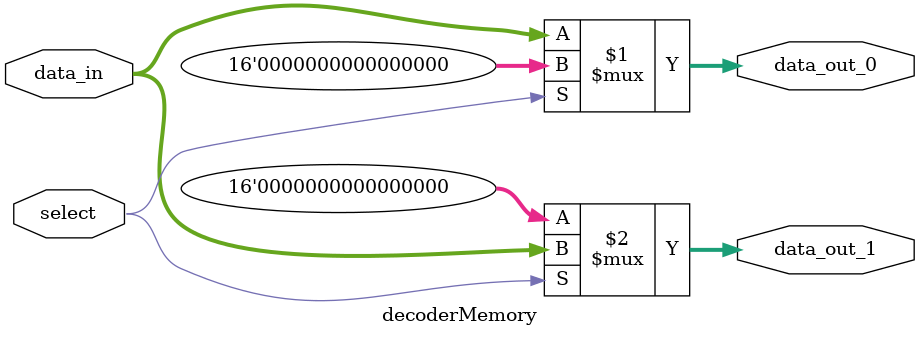
<source format=sv>
module decoderMemory (
    input logic [15:0] data_in,
    input logic select,
    output logic [15:0] data_out_0,
    output logic [15:0] data_out_1
);

assign data_out_0 = select ? '0 : data_in;
assign data_out_1 = select ? data_in : '0;

endmodule
</source>
